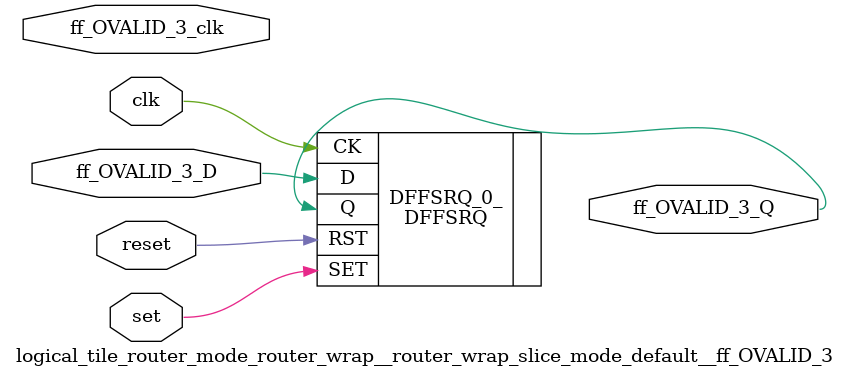
<source format=v>
`default_nettype none

module logical_tile_router_mode_router_wrap__router_wrap_slice_mode_default__ff_OVALID_3(set,
                                                                                         reset,
                                                                                         clk,
                                                                                         ff_OVALID_3_D,
                                                                                         ff_OVALID_3_Q,
                                                                                         ff_OVALID_3_clk);
//----- GLOBAL PORTS -----
input [0:0] set;
//----- GLOBAL PORTS -----
input [0:0] reset;
//----- GLOBAL PORTS -----
input [0:0] clk;
//----- INPUT PORTS -----
input [0:0] ff_OVALID_3_D;
//----- OUTPUT PORTS -----
output [0:0] ff_OVALID_3_Q;
//----- CLOCK PORTS -----
input [0:0] ff_OVALID_3_clk;

//----- BEGIN wire-connection ports -----
wire [0:0] ff_OVALID_3_D;
wire [0:0] ff_OVALID_3_Q;
wire [0:0] ff_OVALID_3_clk;
//----- END wire-connection ports -----


//----- BEGIN Registered ports -----
//----- END Registered ports -----



// ----- BEGIN Local short connections -----
// ----- END Local short connections -----
// ----- BEGIN Local output short connections -----
// ----- END Local output short connections -----

	DFFSRQ DFFSRQ_0_ (
		.SET(set),
		.RST(reset),
		.CK(clk),
		.D(ff_OVALID_3_D),
		.Q(ff_OVALID_3_Q));

endmodule
// ----- END Verilog module for logical_tile_router_mode_router_wrap__router_wrap_slice_mode_default__ff_OVALID_3 -----

//----- Default net type -----
`default_nettype wire




</source>
